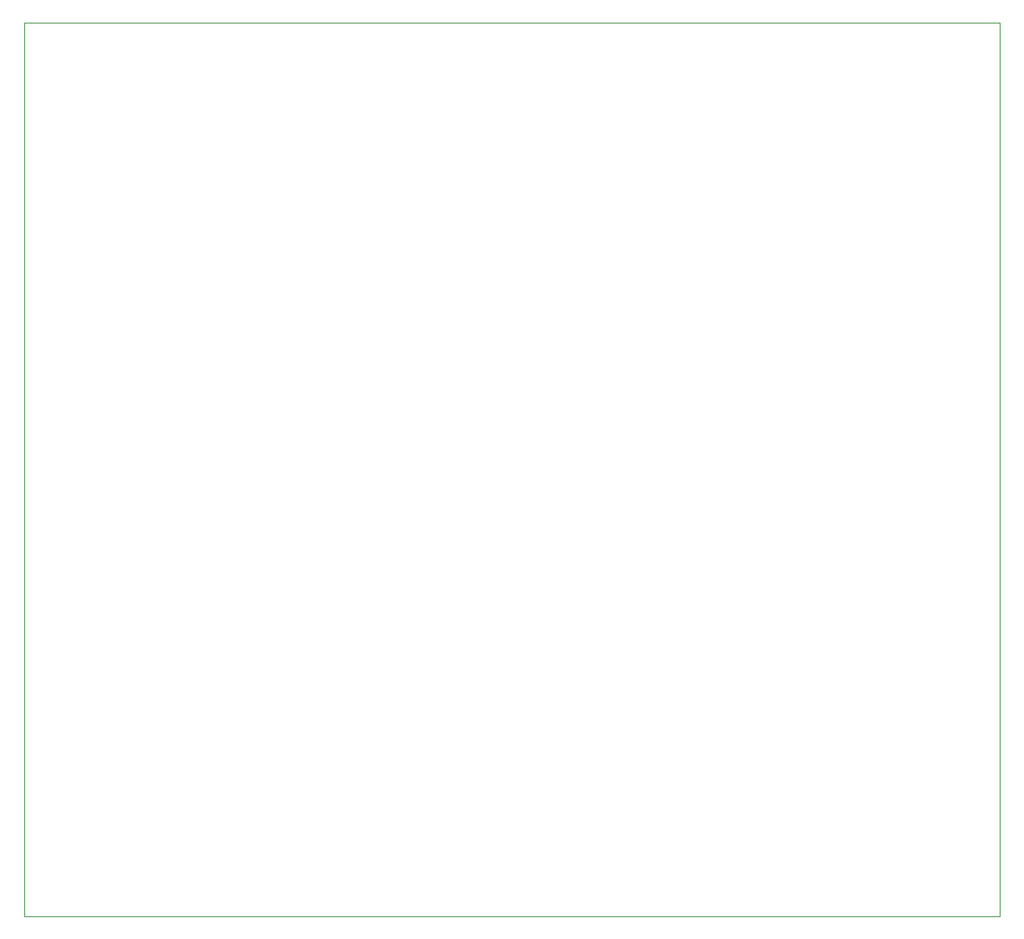
<source format=gbr>
G04 #@! TF.GenerationSoftware,KiCad,Pcbnew,(5.1.4-0-10_14)*
G04 #@! TF.CreationDate,2019-12-30T09:37:17-08:00*
G04 #@! TF.ProjectId,Mothership,4d6f7468-6572-4736-9869-702e6b696361,rev?*
G04 #@! TF.SameCoordinates,Original*
G04 #@! TF.FileFunction,Profile,NP*
%FSLAX46Y46*%
G04 Gerber Fmt 4.6, Leading zero omitted, Abs format (unit mm)*
G04 Created by KiCad (PCBNEW (5.1.4-0-10_14)) date 2019-12-30 09:37:17*
%MOMM*%
%LPD*%
G04 APERTURE LIST*
%ADD10C,0.050000*%
G04 APERTURE END LIST*
D10*
X139750000Y-21500000D02*
X37750000Y-21500000D01*
X37750000Y-21500000D02*
X37750000Y-115000000D01*
X139750000Y-115000000D02*
X37750000Y-115000000D01*
X139750000Y-21500000D02*
X139750000Y-115000000D01*
M02*

</source>
